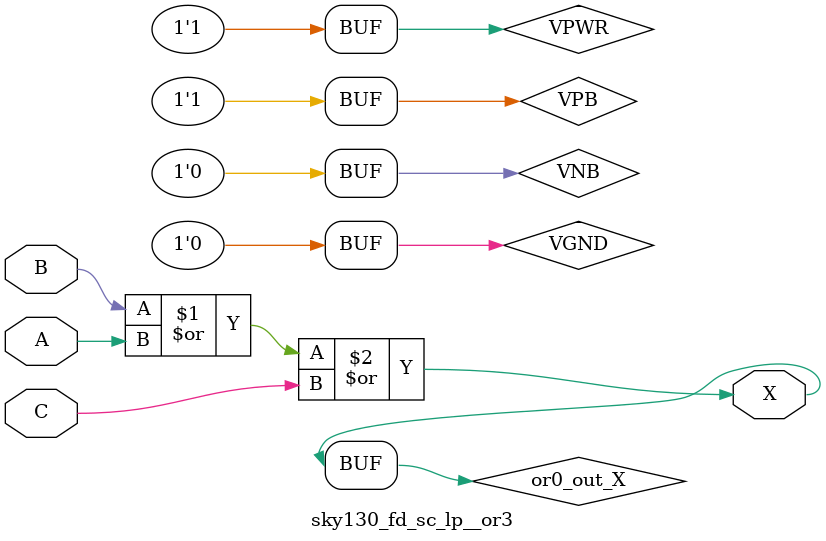
<source format=v>
/*
 * Copyright 2020 The SkyWater PDK Authors
 *
 * Licensed under the Apache License, Version 2.0 (the "License");
 * you may not use this file except in compliance with the License.
 * You may obtain a copy of the License at
 *
 *     https://www.apache.org/licenses/LICENSE-2.0
 *
 * Unless required by applicable law or agreed to in writing, software
 * distributed under the License is distributed on an "AS IS" BASIS,
 * WITHOUT WARRANTIES OR CONDITIONS OF ANY KIND, either express or implied.
 * See the License for the specific language governing permissions and
 * limitations under the License.
 *
 * SPDX-License-Identifier: Apache-2.0
*/


`ifndef SKY130_FD_SC_LP__OR3_TIMING_V
`define SKY130_FD_SC_LP__OR3_TIMING_V

/**
 * or3: 3-input OR.
 *
 * Verilog simulation timing model.
 */

`timescale 1ns / 1ps
`default_nettype none

`celldefine
module sky130_fd_sc_lp__or3 (
    X,
    A,
    B,
    C
);

    // Module ports
    output X;
    input  A;
    input  B;
    input  C;

    // Module supplies
    supply1 VPWR;
    supply0 VGND;
    supply1 VPB ;
    supply0 VNB ;

    // Local signals
    wire or0_out_X;

    //  Name  Output     Other arguments
    or  or0  (or0_out_X, B, A, C        );
    buf buf0 (X        , or0_out_X      );

endmodule
`endcelldefine

`default_nettype wire
`endif  // SKY130_FD_SC_LP__OR3_TIMING_V

</source>
